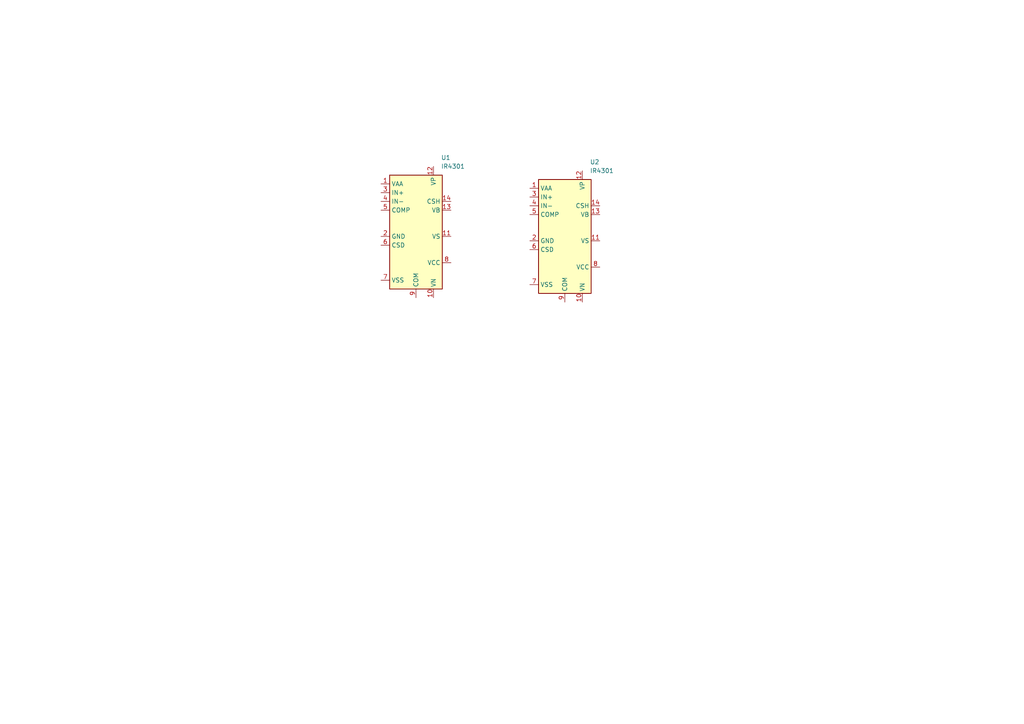
<source format=kicad_sch>
(kicad_sch (version 20231120) (generator "eeschema") (generator_version "8.0")
  (paper "A4")
  (lib_symbols
    (symbol "Amplifier_Audio:IR4301"
      (property "Reference" "U" (at -7.62 20.955 0))
      (property "Value" "IR4301" (at -7.62 19.05 0))
      (symbol "IR4301_0_1"
        (rectangle (start -7.62 -15.24) (end 7.62 17.78) (stroke (width 0.254)) (fill (type background)))
      )
      (symbol "IR4301_1_1"
        (pin power_in line (at -10.16 15.24 0) (length 2.54) (name "VAA") (number "1"))
        (pin power_in line (at 5.08 -17.78 90) (length 2.54) (name "VN") (number "10"))
        (pin output line (at 10.16 0 180) (length 2.54) (name "VS") (number "11"))
        (pin power_in line (at 5.08 20.32 270) (length 2.54) (name "VP") (number "12"))
        (pin power_in line (at 10.16 7.62 180) (length 2.54) (name "VB") (number "13"))
        (pin passive line (at 10.16 10.16 180) (length 2.54) (name "CSH") (number "14"))
        (pin passive line (at 0 -17.78 90) (length 2.54) hide (name "COM") (number "15"))
        (pin power_in line (at -10.16 0 0) (length 2.54) (name "GND") (number "2"))
        (pin input line (at -10.16 12.7 0) (length 2.54) (name "IN+") (number "3"))
        (pin input line (at -10.16 10.16 0) (length 2.54) (name "IN-") (number "4"))
        (pin output line (at -10.16 7.62 0) (length 2.54) (name "COMP") (number "5"))
        (pin passive line (at -10.16 -2.54 0) (length 2.54) (name "CSD") (number "6"))
        (pin power_in line (at -10.16 -12.7 0) (length 2.54) (name "VSS") (number "7"))
        (pin power_in line (at 10.16 -7.62 180) (length 2.54) (name "VCC") (number "8"))
        (pin power_in line (at 0 -17.78 90) (length 2.54) (name "COM") (number "9"))
      )
    )
  )
  (symbol (lib_id "Amplifier_Audio:IR4301") (at 163.83 69.85 0) (unit 1)
    (property "Reference" "U2" (at 171.1041 46.99 0) (effects (justify left)))
    (property "Value" "IR4301" (at 171.1041 49.53 0) (effects (justify left)))
    (property "Footprint" "Package_DFN_QFN:Infineon_PQFN-22-15-4EP_6x5mm_P0.65mm" (effects (hide yes)))
    (property "Datasheet" "https://www.infineon.com/dgdl/ir4301.pdf?fileId=5546d462533600a4015355d5fc691819" (effects (hide yes)))
    (property "Description" "PowIRaudio Integrated Analog Input Class D Audio Amplifier, 160W/4ohm, 80V, PQFN-22" (effects (hide yes)))
  )
  (symbol (lib_id "Amplifier_Audio:IR4301") (at 120.65 68.58 0) (unit 1)
    (property "Reference" "U1" (at 127.9241 45.72 0) (effects (justify left)))
    (property "Value" "IR4301" (at 127.9241 48.26 0) (effects (justify left)))
    (property "Footprint" "Package_DFN_QFN:Infineon_PQFN-22-15-4EP_6x5mm_P0.65mm" (effects (hide yes)))
    (property "Datasheet" "https://www.infineon.com/dgdl/ir4301.pdf?fileId=5546d462533600a4015355d5fc691819" (effects (hide yes)))
    (property "Description" "PowIRaudio Integrated Analog Input Class D Audio Amplifier, 160W/4ohm, 80V, PQFN-22" (effects (hide yes)))
  )
)
</source>
